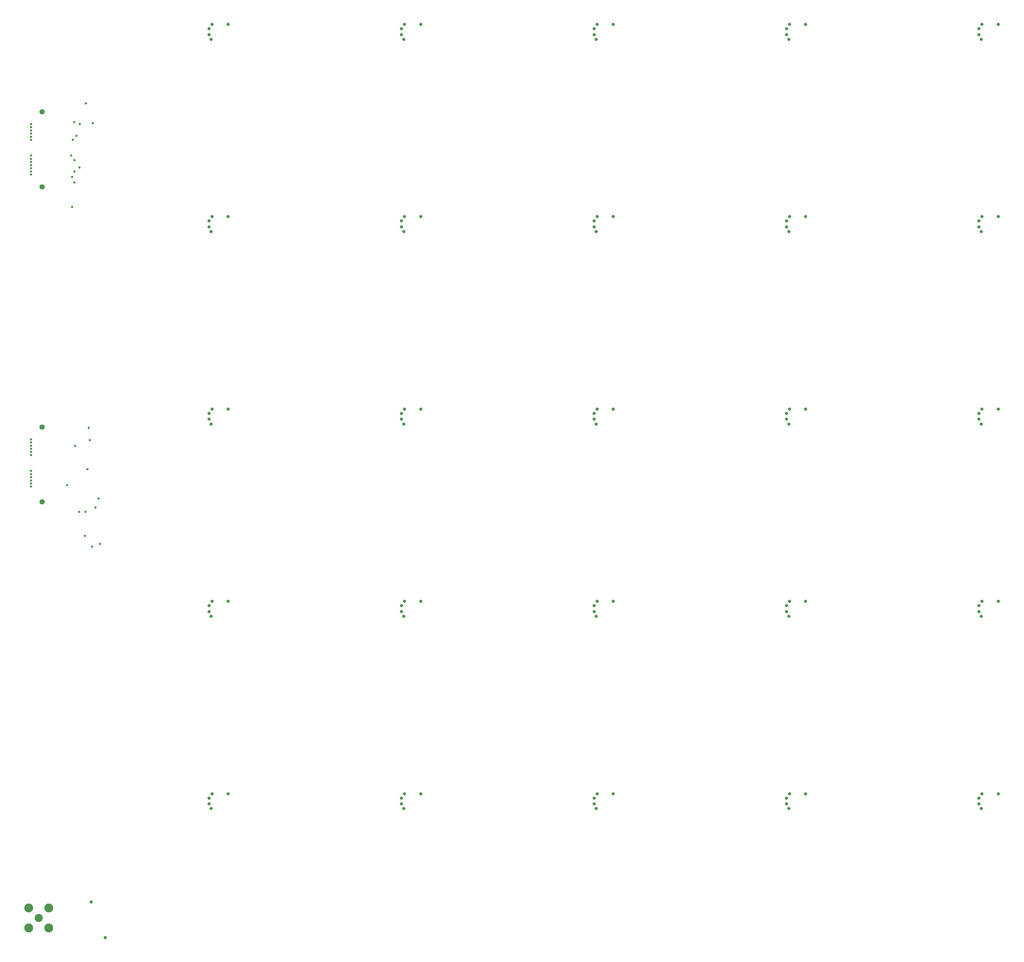
<source format=gbr>
%TF.GenerationSoftware,KiCad,Pcbnew,8.0.2-1*%
%TF.CreationDate,2024-11-08T17:12:28-05:00*%
%TF.ProjectId,OddLayers_1.3mm_SiPM,4f64644c-6179-4657-9273-5f312e336d6d,rev?*%
%TF.SameCoordinates,Original*%
%TF.FileFunction,Copper,L3,Inr*%
%TF.FilePolarity,Positive*%
%FSLAX46Y46*%
G04 Gerber Fmt 4.6, Leading zero omitted, Abs format (unit mm)*
G04 Created by KiCad (PCBNEW 8.0.2-1) date 2024-11-08 17:12:28*
%MOMM*%
%LPD*%
G01*
G04 APERTURE LIST*
%TA.AperFunction,ComponentPad*%
%ADD10C,2.050000*%
%TD*%
%TA.AperFunction,ComponentPad*%
%ADD11C,2.250000*%
%TD*%
%TA.AperFunction,ComponentPad*%
%ADD12C,0.800000*%
%TD*%
%TA.AperFunction,ComponentPad*%
%ADD13C,1.348000*%
%TD*%
%TA.AperFunction,ViaPad*%
%ADD14C,0.800000*%
%TD*%
%TA.AperFunction,ViaPad*%
%ADD15C,0.600000*%
%TD*%
G04 APERTURE END LIST*
D10*
%TO.N,LED_input*%
%TO.C,REF\u002A\u002A*%
X59200000Y-295000000D03*
D11*
%TO.N,GND*%
X56660000Y-292460000D03*
X56660000Y-297540000D03*
X61740000Y-292460000D03*
X61740000Y-297540000D03*
%TD*%
D12*
%TO.N,N/C*%
%TO.C,REF\u002A\u002A34*%
X298300000Y-165900000D03*
X302400000Y-165900000D03*
%TO.N,K14*%
X297550000Y-167000000D03*
%TO.N,A14*%
X297550000Y-168500000D03*
%TO.N,GND*%
X298100000Y-169700000D03*
%TD*%
%TO.N,N/C*%
%TO.C,REF\u002A\u002A40*%
X103100000Y-263500000D03*
X107200000Y-263500000D03*
%TO.N,K20*%
X102350000Y-264600000D03*
%TO.N,A20*%
X102350000Y-266100000D03*
%TO.N,GND*%
X102900000Y-267300000D03*
%TD*%
%TO.N,N/C*%
%TO.C,REF\u002A\u002A30*%
X103100000Y-165900000D03*
X107200000Y-165900000D03*
%TO.N,K10*%
X102350000Y-167000000D03*
%TO.N,A10*%
X102350000Y-168500000D03*
%TO.N,GND*%
X102900000Y-169700000D03*
%TD*%
%TO.N,N/C*%
%TO.C,REF\u002A\u002A24*%
X298300000Y-68300000D03*
X302400000Y-68300000D03*
%TO.N,K4*%
X297550000Y-69400000D03*
%TO.N,A4*%
X297550000Y-70900000D03*
%TO.N,GND*%
X298100000Y-72100000D03*
%TD*%
D13*
%TO.N,N/C*%
%TO.C,REF\u002A\u002A*%
X60000000Y-90505000D03*
X60000000Y-109495000D03*
%TD*%
D12*
%TO.N,N/C*%
%TO.C,REF\u002A\u002A43*%
X249500000Y-263500000D03*
X253600000Y-263500000D03*
%TO.N,K23*%
X248750000Y-264600000D03*
%TO.N,A23*%
X248750000Y-266100000D03*
%TO.N,GND*%
X249300000Y-267300000D03*
%TD*%
%TO.N,N/C*%
%TO.C,REF\u002A\u002A38*%
X249500000Y-214700000D03*
X253600000Y-214700000D03*
%TO.N,K18*%
X248750000Y-215800000D03*
%TO.N,A18*%
X248750000Y-217300000D03*
%TO.N,GND*%
X249300000Y-218500000D03*
%TD*%
%TO.N,N/C*%
%TO.C,REF\u002A\u002A22*%
X200700000Y-68300000D03*
X204800000Y-68300000D03*
%TO.N,K2*%
X199950000Y-69400000D03*
%TO.N,A2*%
X199950000Y-70900000D03*
%TO.N,GND*%
X200500000Y-72100000D03*
%TD*%
D13*
%TO.N,N/C*%
%TO.C,REF\u002A\u002A*%
X60000000Y-170505000D03*
X60000000Y-189495000D03*
%TD*%
D12*
%TO.N,N/C*%
%TO.C,REF\u002A\u002A28*%
X249500000Y-117100000D03*
X253600000Y-117100000D03*
%TO.N,K8*%
X248750000Y-118200000D03*
%TO.N,A8*%
X248750000Y-119700000D03*
%TO.N,GND*%
X249300000Y-120900000D03*
%TD*%
%TO.N,N/C*%
%TO.C,REF\u002A\u002A23*%
X249500000Y-68300000D03*
X253600000Y-68300000D03*
%TO.N,K3*%
X248750000Y-69400000D03*
%TO.N,A3*%
X248750000Y-70900000D03*
%TO.N,GND*%
X249300000Y-72100000D03*
%TD*%
%TO.N,N/C*%
%TO.C,REF\u002A\u002A32*%
X200700000Y-165900000D03*
X204800000Y-165900000D03*
%TO.N,K12*%
X199950000Y-167000000D03*
%TO.N,A12*%
X199950000Y-168500000D03*
%TO.N,GND*%
X200500000Y-169700000D03*
%TD*%
%TO.N,N/C*%
%TO.C,REF\u002A\u002A44*%
X298300000Y-263500000D03*
%TO.N,LED_input_after_resistor*%
X302400000Y-263500000D03*
%TO.N,K24*%
X297550000Y-264600000D03*
%TO.N,A24*%
X297550000Y-266100000D03*
%TO.N,GND*%
X298100000Y-267300000D03*
%TD*%
%TO.N,N/C*%
%TO.C,REF\u002A\u002A26*%
X151900000Y-117100000D03*
X156000000Y-117100000D03*
%TO.N,K6*%
X151150000Y-118200000D03*
%TO.N,A6*%
X151150000Y-119700000D03*
%TO.N,GND*%
X151700000Y-120900000D03*
%TD*%
%TO.N,N/C*%
%TO.C,REF\u002A\u002A36*%
X151900000Y-214700000D03*
X156000000Y-214700000D03*
%TO.N,K16*%
X151150000Y-215800000D03*
%TO.N,A16*%
X151150000Y-217300000D03*
%TO.N,GND*%
X151700000Y-218500000D03*
%TD*%
%TO.N,GND*%
%TO.C,REF\u002A\u002A20*%
X103100000Y-68300000D03*
%TO.N,N/C*%
X107200000Y-68300000D03*
%TO.N,K0*%
X102350000Y-69400000D03*
%TO.N,A0*%
X102350000Y-70900000D03*
%TO.N,GND*%
X102900000Y-72100000D03*
%TD*%
%TO.N,N/C*%
%TO.C,REF\u002A\u002A25*%
X103100000Y-117100000D03*
X107200000Y-117100000D03*
%TO.N,K5*%
X102350000Y-118200000D03*
%TO.N,A5*%
X102350000Y-119700000D03*
%TO.N,GND*%
X102900000Y-120900000D03*
%TD*%
%TO.N,N/C*%
%TO.C,REF\u002A\u002A37*%
X200700000Y-214700000D03*
X204800000Y-214700000D03*
%TO.N,K17*%
X199950000Y-215800000D03*
%TO.N,A17*%
X199950000Y-217300000D03*
%TO.N,GND*%
X200500000Y-218500000D03*
%TD*%
%TO.N,N/C*%
%TO.C,REF\u002A\u002A31*%
X151900000Y-165900000D03*
X156000000Y-165900000D03*
%TO.N,K11*%
X151150000Y-167000000D03*
%TO.N,A11*%
X151150000Y-168500000D03*
%TO.N,GND*%
X151700000Y-169700000D03*
%TD*%
%TO.N,N/C*%
%TO.C,REF\u002A\u002A27*%
X200700000Y-117100000D03*
X204800000Y-117100000D03*
%TO.N,K7*%
X199950000Y-118200000D03*
%TO.N,A7*%
X199950000Y-119700000D03*
%TO.N,GND*%
X200500000Y-120900000D03*
%TD*%
%TO.N,N/C*%
%TO.C,REF\u002A\u002A41*%
X151900000Y-263500000D03*
X156000000Y-263500000D03*
%TO.N,K21*%
X151150000Y-264600000D03*
%TO.N,A21*%
X151150000Y-266100000D03*
%TO.N,GND*%
X151700000Y-267300000D03*
%TD*%
%TO.N,N/C*%
%TO.C,REF\u002A\u002A29*%
X298300000Y-117100000D03*
X302400000Y-117100000D03*
%TO.N,K9*%
X297550000Y-118200000D03*
%TO.N,A9*%
X297550000Y-119700000D03*
%TO.N,GND*%
X298100000Y-120900000D03*
%TD*%
%TO.N,N/C*%
%TO.C,REF\u002A\u002A21*%
X151900000Y-68300000D03*
X156000000Y-68300000D03*
%TO.N,K1*%
X151150000Y-69400000D03*
%TO.N,A1*%
X151150000Y-70900000D03*
%TO.N,GND*%
X151700000Y-72100000D03*
%TD*%
%TO.N,N/C*%
%TO.C,REF\u002A\u002A42*%
X200700000Y-263500000D03*
X204800000Y-263500000D03*
%TO.N,K22*%
X199950000Y-264600000D03*
%TO.N,A22*%
X199950000Y-266100000D03*
%TO.N,GND*%
X200500000Y-267300000D03*
%TD*%
%TO.N,N/C*%
%TO.C,REF\u002A\u002A35*%
X103100000Y-214700000D03*
X107200000Y-214700000D03*
%TO.N,K15*%
X102350000Y-215800000D03*
%TO.N,A15*%
X102350000Y-217300000D03*
%TO.N,GND*%
X102900000Y-218500000D03*
%TD*%
%TO.N,N/C*%
%TO.C,REF\u002A\u002A39*%
X298300000Y-214700000D03*
X302400000Y-214700000D03*
%TO.N,K19*%
X297550000Y-215800000D03*
%TO.N,A19*%
X297550000Y-217300000D03*
%TO.N,GND*%
X298100000Y-218500000D03*
%TD*%
%TO.N,N/C*%
%TO.C,REF\u002A\u002A33*%
X249500000Y-165900000D03*
X253600000Y-165900000D03*
%TO.N,K13*%
X248750000Y-167000000D03*
%TO.N,A13*%
X248750000Y-168500000D03*
%TO.N,GND*%
X249300000Y-169700000D03*
%TD*%
D14*
%TO.N,GND*%
X76000000Y-300000000D03*
D15*
%TO.N,K0*%
X71100000Y-88400000D03*
%TO.N,A0*%
X57250000Y-93600000D03*
%TO.N,K1*%
X68124265Y-93124265D03*
%TO.N,A1*%
X57250000Y-94400000D03*
%TO.N,K2*%
X69600000Y-93600000D03*
%TO.N,A2*%
X57250000Y-95200000D03*
%TO.N,K3*%
X72900000Y-93400000D03*
%TO.N,A3*%
X57250000Y-96000000D03*
%TO.N,K4*%
X68700000Y-96600000D03*
%TO.N,A4*%
X57250000Y-96800000D03*
%TO.N,K5*%
X67800000Y-97600000D03*
%TO.N,A5*%
X57250000Y-97600000D03*
%TO.N,K6*%
X67400000Y-101600000D03*
%TO.N,A6*%
X57250000Y-101600000D03*
%TO.N,K7*%
X68200000Y-102800000D03*
%TO.N,A7*%
X57250000Y-102400000D03*
%TO.N,K8*%
X69500000Y-104600000D03*
%TO.N,A8*%
X57250000Y-103200000D03*
%TO.N,K9*%
X68200000Y-105600000D03*
%TO.N,A9*%
X57250000Y-104000000D03*
%TO.N,A10*%
X57250000Y-104800000D03*
%TO.N,K10*%
X67600000Y-107000000D03*
%TO.N,A11*%
X57250000Y-105600000D03*
%TO.N,K11*%
X68200000Y-108400000D03*
%TO.N,A12*%
X57250000Y-106400000D03*
%TO.N,K12*%
X67600000Y-114600000D03*
%TO.N,K14*%
X72100000Y-173800000D03*
%TO.N,A14*%
X57200000Y-174400000D03*
%TO.N,K13*%
X71900000Y-170700000D03*
%TO.N,A13*%
X57200000Y-173600000D03*
%TO.N,K15*%
X68400000Y-175200000D03*
%TO.N,A15*%
X57200000Y-175200000D03*
%TO.N,K16*%
X71500000Y-181200000D03*
%TO.N,A16*%
X57200000Y-176000000D03*
%TO.N,K17*%
X74300000Y-188600000D03*
%TO.N,A17*%
X57200000Y-176800000D03*
%TO.N,K18*%
X73600000Y-190900000D03*
%TO.N,A18*%
X57200000Y-177600000D03*
%TO.N,K19*%
X66400000Y-185200000D03*
%TO.N,A19*%
X57200000Y-181600000D03*
%TO.N,K20*%
X71067156Y-192032844D03*
%TO.N,A20*%
X57200000Y-182400000D03*
%TO.N,K21*%
X69400000Y-192000000D03*
%TO.N,A21*%
X57200000Y-183200000D03*
%TO.N,K22*%
X74700000Y-200150000D03*
%TO.N,A22*%
X57200000Y-184000000D03*
%TO.N,K23*%
X72723904Y-200824274D03*
%TO.N,A23*%
X57200000Y-184800000D03*
%TO.N,K24*%
X70892892Y-198107108D03*
%TO.N,A24*%
X57200000Y-185600000D03*
D14*
%TO.N,LED_input_after_resistor*%
X72500000Y-291000000D03*
%TD*%
M02*

</source>
